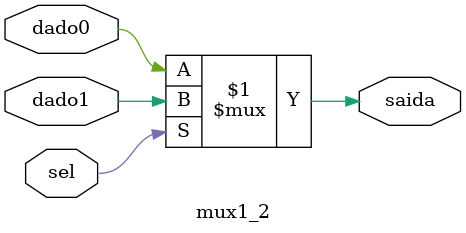
<source format=v>
module mux1_2(
	input sel,
	input dado0, dado1,
	output saida
	);
	
assign saida = sel ? dado1 : dado0;
			
endmodule
	
</source>
